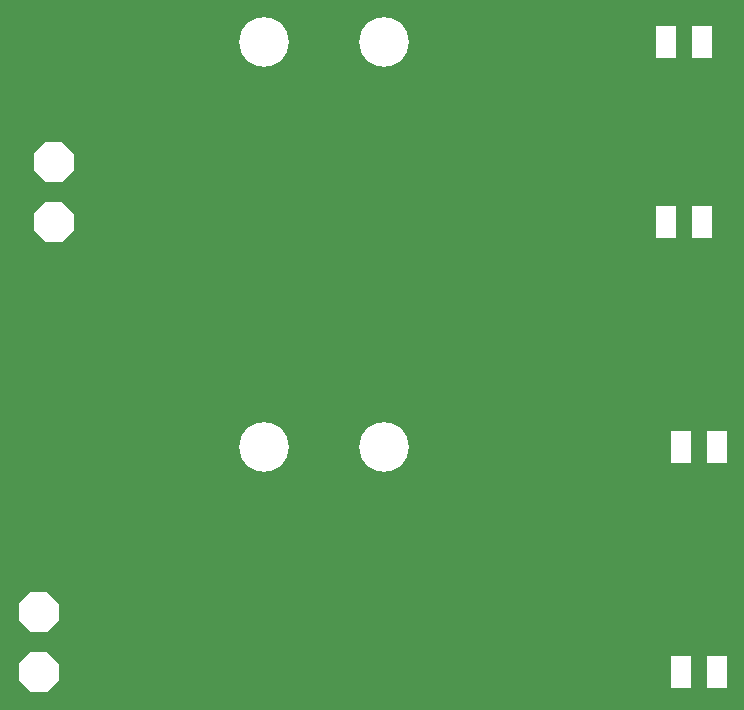
<source format=gts>
G04 EAGLE Gerber RS-274X export*
G75*
%MOMM*%
%FSLAX34Y34*%
%LPD*%
%INSoldermask Top*%
%IPNEG*%
%AMOC8*
5,1,8,0,0,1.08239X$1,22.5*%
G01*
%ADD10P,3.629037X8X22.500000*%
%ADD11R,1.703200X2.803200*%
%ADD12C,4.203200*%


D10*
X101600Y571500D03*
X101600Y622300D03*
X88900Y190500D03*
X88900Y241300D03*
D11*
X632700Y190500D03*
X662700Y190500D03*
X632700Y381000D03*
X662700Y381000D03*
X620000Y723900D03*
X650000Y723900D03*
X650000Y571500D03*
X620000Y571500D03*
D12*
X279400Y381000D03*
X381000Y381000D03*
X279400Y723900D03*
X381000Y723900D03*
M02*

</source>
